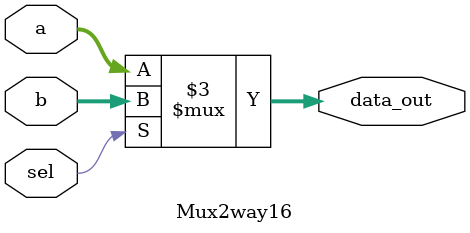
<source format=v>
/**
  * Mux 2x1 routes 16 bits
  *
  * Output Ports: 
  * 	-data_out: 16 bits 
  *
  * Input ports: 
  * 	-a: 16 bit to be routed according to sel
  *		-b: 16 bit to be routed according to sel
  *		-sel: 1 bit signal to chose between a or b (0 selects a, 1 selects b)
  *
  */

module Mux2way16(data_out, a, b, sel);

	output reg[15:0] data_out; 
	input[15:0] a, b;
	input sel;
	wire not_sel, w1, w2, w3, w4; // w1 = a.b; w2 = b.sel; w3 = a.not_sel; w4 = w1 + w2

	always@(a or b or sel)
	begin
		if(sel)
			data_out = b;
		else
			data_out = a;
	end

endmodule
</source>
